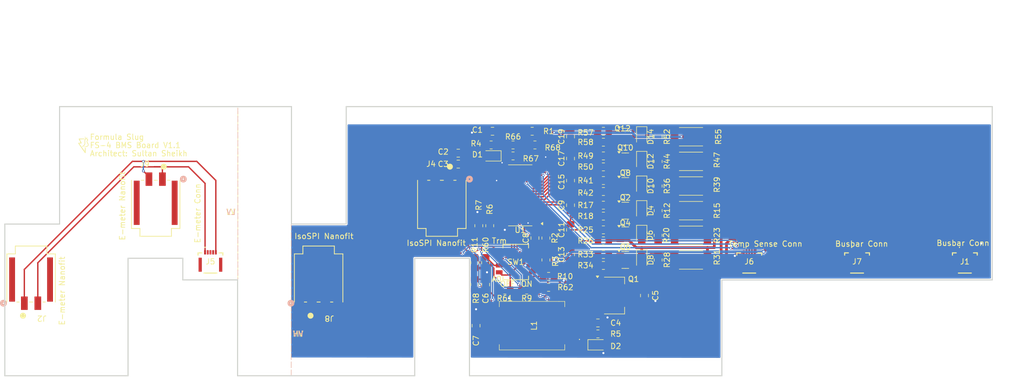
<source format=kicad_pcb>
(kicad_pcb (version 20241229) (generator "pcbnew") (generator_version "9.0")
  (title_block (title "BMS Board") (date "2026-02-07") (rev "1.1") (company "Formula Slug") (comment 4 "Sultan Sheikh"))
  (layers (0 "F.Cu" signal) (2 "B.Cu" signal) (13 "F.Paste" user) (15 "B.Paste" user) (5 "F.SilkS" user "F.Silkscreen") (7 "B.SilkS" user "B.Silkscreen") (1 "F.Mask" user) (3 "B.Mask" user) (25 "Edge.Cuts" user))
  (net 0 "")
  (net 1 "VREG")
  (net 2 "Net-(U1-VREF2)")
  (net 3 "Net-(U1-VREF1)")
  (net 4 "/C2")
  (net 5 "/C3")
  (net 6 "/C1")
  (net 7 "IsoSPI_N")
  (net 8 "Net-(D1-A)")
  (net 9 "Net-(D10-A)")
  (net 10 "/BB1/B#+1")
  (net 11 "/BB0/B#+1")
  (net 12 "/BB0/B#")
  (net 13 "/BB2/B#+1")
  (net 14 "/extIsoSPI_P")
  (net 15 "/extIsoSPI_N")
  (net 16 "Net-(L1-Pad1)")
  (net 17 "Net-(L1-Pad3)")
  (net 19 "IsoSPI_P")
  (net 20 "/DRV")
  (net 21 "Net-(Q6-G)")
  (net 22 "Net-(Q6-D)")
  (net 23 "Net-(Q8-G)")
  (net 24 "Net-(Q8-D)")
  (net 25 "Net-(Q10-G)")
  (net 26 "ICMP")
  (net 27 "IBIAS")
  (net 28 "/S3")
  (net 29 "/S2")
  (net 30 "6810_GPIO3")
  (net 32 "6810_GPIO2")
  (net 34 "6810_GPIO1")
  (net 36 "/C0")
  (net 37 "Net-(C5-Pad1)")
  (net 38 "Net-(C6-Pad2)")
  (net 39 "Net-(C7-Pad1)")
  (net 40 "Net-(D1-K)")
  (net 41 "Net-(D2-A)")
  (net 42 "/BB3/B#+1")
  (net 43 "Net-(Q10-D)")
  (net 44 "/BB4/B#+1")
  (net 45 "/BB5/B#+1")
  (net 46 "Net-(Q2-D)")
  (net 47 "Net-(Q2-G)")
  (net 48 "Net-(Q12-G)")
  (net 49 "Net-(Q12-D)")
  (net 50 "Net-(Q4-D)")
  (net 51 "Net-(Q4-G)")
  (net 52 "Net-(U1-V+)")
  (net 53 "A2")
  (net 54 "/S1")
  (net 55 "/C4")
  (net 56 "/C5")
  (net 57 "/C6")
  (net 58 "/S4")
  (net 59 "/S5")
  (net 60 "/S6")
  (net 61 "A1")
  (net 62 "A0")
  (net 63 "Net-(R62-Pad2)")
  (net 64 "Net-(D4-A)")
  (net 65 "Net-(D6-A)")
  (net 66 "DQ")
  (net 67 "V-")
  (net 68 "Net-(D8-A)")
  (net 69 "Net-(D12-A)")
  (net 70 "Net-(D14-A)")
  (net 71 "Net-(J2-Pin_2)")
  (net 75 "Net-(J7-Pin_2)")
  (footprint "Resistor_SMD:R_0805_2012Metric_Pad1.20x1.40mm_HandSolder" (layer "F.Cu") (at 199.644 105.156)
    (property "Reference" "R42")
    (property "Value" "100")
  )
  (footprint "Resistor_SMD:R_0805_2012Metric_Pad1.20x1.40mm_HandSolder" (layer "F.Cu") (at 209.804 108.712 -90)
    (property "Reference" "R12")
    (property "Value" "120")
  )
  (footprint "Resistor_SMD:R_0805_2012Metric_Pad1.20x1.40mm_HandSolder" (layer "F.Cu") (at 209.804 94.996 -90)
    (property "Reference" "R52")
    (property "Value" "120")
  )
  (footprint "Resistor_SMD:R_0805_2012Metric_Pad1.20x1.40mm_HandSolder" (layer "F.Cu") (at 198.628 131.572 180)
    (property "Reference" "R5")
    (property "Value" "160")
  )
  (footprint "Capacitor_SMD:C_0805_2012Metric_Pad1.18x1.45mm_HandSolder" (layer "F.Cu") (at 172.72 100.076)
    (property "Reference" "C3")
    (property "Value" "1uF")
  )
  (footprint "LED_SMD:LED_0805_2012Metric_Pad1.15x1.40mm_HandSolder" (layer "F.Cu") (at 206.756 113.284 -90)
    (property "Reference" "D6")
    (property "Value" "LH R974-LP-1")
  )
  (footprint "Capacitor_SMD:C_0805_2012Metric_Pad1.18x1.45mm_HandSolder" (layer "F.Cu") (at 193.548 94.9745 90)
    (property "Reference" "C19")
    (property "Value" "10nF")
  )
  (footprint "LED_SMD:LED_0805_2012Metric_Pad1.15x1.40mm_HandSolder" (layer "F.Cu") (at 206.756 99.568 -90)
    (property "Reference" "D12")
    (property "Value" "LH R974-LP-1")
  )
  (footprint "FS_4_Global_Footprint_Library:512810598" (layer "F.Cu") (at 246.7 118.364)
    (property "Reference" "J7")
    (property "Value" "512810598" (hide yes))
  )
  (footprint "FS_4_Global_Footprint_Library:Nano-Fit_1054301102" (layer "F.Cu") (at 116.586 107.545)
    (property "Reference" "J9")
    (property "Value" "1053131202")
  )
  (footprint "Package_SO:TSSOP-44_4.4x11mm_P0.5mm" (layer "F.Cu") (at 184.2185 105.866 180)
    (property "Reference" "U1")
    (property "Value" "LTC6810IG-2-TRPBF")
  )
  (footprint "LED_SMD:LED_0805_2012Metric_Pad1.15x1.40mm_HandSolder" (layer "F.Cu") (at 206.756 117.856 -90)
    (property "Reference" "D8")
    (property "Value" "LH R974-LP-1")
  )
  (footprint "Resistor_SMD:R_0805_2012Metric_Pad1.20x1.40mm_HandSolder" (layer "F.Cu") (at 199.644 112.268)
    (property "Reference" "R25")
    (property "Value" "3.3k")
  )
  (footprint "Resistor_SMD:R_0805_2012Metric_Pad1.20x1.40mm_HandSolder" (layer "F.Cu") (at 186.436 93.98)
    (property "Reference" "R1")
    (property "Value" "100")
  )
  (footprint "Capacitor_SMD:C_0805_2012Metric_Pad1.18x1.45mm_HandSolder" (layer "F.Cu") (at 193.548 103.124 90)
    (property "Reference" "C15")
    (property "Value" "10nF")
  )
  (footprint "Resistor_SMD:R_2512_6332Metric_Pad1.40x3.35mm_HandSolder" (layer "F.Cu") (at 215.9 117.856 180)
    (property "Reference" "R31")
    (property "Value" "33")
  )
  (footprint "Capacitor_SMD:C_0805_2012Metric_Pad1.18x1.45mm_HandSolder" (layer "F.Cu") (at 198.628 129.54)
    (property "Reference" "C4")
    (property "Value" "1uF")
  )
  (footprint "Resistor_SMD:R_2512_6332Metric_Pad1.40x3.35mm_HandSolder" (layer "F.Cu") (at 215.9 108.712 180)
    (property "Reference" "R15")
    (property "Value" "33")
  )
  (footprint "FS_4_Global_Footprint_Library:512810598" (layer "F.Cu") (at 126.746 118.364)
    (property "Reference" "J5")
    (property "Value" "512810598" (hide yes))
  )
  (footprint "Resistor_SMD:R_0805_2012Metric_Pad1.20x1.40mm_HandSolder" (layer "F.Cu") (at 209.804 117.856 -90)
    (property "Reference" "R28")
    (property "Value" "120")
  )
  (footprint "FS_4_Global_Footprint_Library:FORMULA SLUG TITLE" (layer "F.Cu") (at 106.33658 96.578544)
    (property "Reference" "G***" (hide yes))
    (property "Value" "" (hide yes))
  )
  (footprint "Capacitor_SMD:C_0805_2012Metric_Pad1.18x1.45mm_HandSolder" (layer "F.Cu") (at 179.07 93.98 180)
    (property "Reference" "C1")
    (property "Value" "10nF")
  )
  (footprint "Package_TO_SOT_SMD:SOT-223" (layer "F.Cu") (at 201.676 124.46)
    (property "Reference" "Q1")
    (property "Value" "NSV1C201MZ4")
  )
  (footprint "Resistor_SMD:R_0805_2012Metric_Pad1.20x1.40mm_HandSolder" (layer "F.Cu") (at 199.644 93.98)
    (property "Reference" "R57")
    (property "Value" "3.3k")
  )
  (footprint "Capacitor_SMD:C_0805_2012Metric_Pad1.18x1.45mm_HandSolder" (layer "F.Cu") (at 193.548 107.696 90)
    (property "Reference" "C9")
    (property "Value" "10nF")
  )
  (footprint "Resistor_SMD:R_0805_2012Metric_Pad1.20x1.40mm_HandSolder" (layer "F.Cu") (at 199.644 116.84)
    (property "Reference" "R33")
    (property "Value" "3.3k")
  )
  (footprint "Resistor_SMD:R_0805_2012Metric_Pad1.20x1.40mm_HandSolder" (layer "F.Cu") (at 189.484 120.904)
    (property "Reference" "R10")
    (property "Value" "22")
  )
  (footprint "Resistor_SMD:R_0805_2012Metric_Pad1.20x1.40mm_HandSolder" (layer "F.Cu") (at 199.644 109.728)
    (property "Reference" "R18")
    (property "Value" "100")
  )
  (footprint "Resistor_SMD:R_0805_2012Metric_Pad1.20x1.40mm_HandSolder" (layer "F.Cu") (at 209.804 104.14 -90)
    (property "Reference" "R36")
    (property "Value" "120")
  )
  (footprint "Capacitor_SMD:C_0805_2012Metric_Pad1.18x1.45mm_HandSolder" (layer "F.Cu") (at 186.944 113.792 90)
    (property "Reference" "C8")
    (property "Value" "100nF")
  )
  (footprint "FS_4_Global_Footprint_Library:HM2113ZNLT" (layer "F.Cu") (at 186.403 130.048 90)
    (property "Reference" "L1")
    (property "Value" "HM2113ZNLT" (hide yes))
  )
  (footprint "Package_TO_SOT_SMD:SOT-23" (layer "F.Cu") (at 203.708 104.14)
    (property "Reference" "Q8")
    (property "Value" "BSS308PE")
  )
  (footprint "FS_4_Global_Footprint_Library:Nano-Fit_1054301102" (layer "F.Cu") (at 93.472 121.195494 180)
    (property "Reference" "J2")
    (property "Value" "1053131202")
  )
  (footprint "Resistor_SMD:R_0805_2012Metric_Pad1.20x1.40mm_HandSolder" (layer "F.Cu") (at 186.944 96.52)
    (property "Reference" "R68")
    (property "Value" "5k")
  )
  (footprint "FS_4_Global_Footprint_Library:Nano-Fit_1054301102" (layer "F.Cu") (at 169.672 107.545)
    (property "Reference" "J4")
    (property "Value" "1053131202")
  )
  (footprint "FS_4_Global_Footprint_Library:SW_A6H-4101_OMR" (layer "F.Cu") (at 183.388 118.237)
    (property "Reference" "SW1")
    (property "Value" "SW_DIP_x04")
  )
  (footprint "Resistor_SMD:R_0805_2012Metric_Pad1.20x1.40mm_HandSolder" (layer "F.Cu") (at 199.644 103.124)
    (property "Reference" "R41")
    (property "Value" "3.3k")
  )
  (footprint "Resistor_SMD:R_0805_2012Metric_Pad1.20x1.40mm_HandSolder" (layer "F.Cu") (at 188.976 117.856 90)
    (property "Reference" "R3")
    (property "Value" "100")
  )
  (footprint "FS_4_Global_Footprint_Library:512810598" (layer "F.Cu") (at 266.7 118.364)
    (property "Reference" "J1")
    (property "Value" "512810598" (hide yes))
  )
  (footprint "Resistor_SMD:R_0805_2012Metric_Pad1.20x1.40mm_HandSolder" (layer "F.Cu") (at 178.562 111.506 90)
    (property "Reference" "R6")
    (property "Value" "1.5k")
  )
  (footprint "Resistor_SMD:R_0805_2012Metric_Pad1.20x1.40mm_HandSolder" (layer "F.Cu") (at 175.768 122.428 90)
    (property "Reference" "R8")
    (property "Value" "402")
  )
  (footprint "FS_4_Global_Footprint_Library:Nano-Fit_1054301102" (layer "F.Cu") (at 146.812 121.195 180)
    (property "Reference" "J8")
    (property "Value" "1053131202")
  )
  (footprint "Resistor_SMD:R_0805_2012Metric_Pad1.20x1.40mm_HandSolder" (layer "F.Cu") (at 189.484 122.936 180)
    (property "Reference" "R62")
    (property "Value" "200")
  )
  (footprint "Resistor_SMD:R_0805_2012Metric_Pad1.20x1.40mm_HandSolder" (layer "F.Cu") (at 185.42 123.444)
    (property "Reference" "R9")
    (property "Value" "22")
  )
  (footprint "Resistor_SMD:R_0805_2012Metric_Pad1.20x1.40mm_HandSolder" (layer "F.Cu") (at 177.8 118.364 -90)
    (property "Reference" "R60")
    (property "Value" "10k")
  )
  (footprint "LED_SMD:LED_0805_2012Metric_Pad1.15x1.40mm_HandSolder" (layer "F.Cu") (at 198.628 133.604)
    (property "Reference" "D2")
    (property "Value" "LH R974-LP-1")
  )
  (footprint "Capacitor_SMD:C_0805_2012Metric_Pad1.18x1.45mm_HandSolder" (layer "F.Cu") (at 176.022 130.048 90)
    (property "Reference" "C7")
    (property "Value" "10nF")
  )
  (footprint "Package_TO_SOT_SMD:SOT-23" (layer "F.Cu") (at 203.708 117.856)
    (property "Reference" "Q6")
    (property "Value" "BSS308PE")
  )
  (footprint "Resistor_SMD:R_0805_2012Metric_Pad1.20x1.40mm_HandSolder" (layer "F.Cu") (at 199.644 107.696)
    (property "Reference" "R17")
    (property "Value" "3.3k")
  )
  (footprint "Capacitor_SMD:C_0805_2012Metric_Pad1.18x1.45mm_HandSolder" (layer "F.Cu") (at 193.548 116.84 90)
    (property "Reference" "C13")
    (property "Value" "10nF")
  )
  (footprint "Capacitor_SMD:C_0805_2012Metric_Pad1.18x1.45mm_HandSolder" (layer "F.Cu") (at 172.72 98.044)
    (property "Reference" "C2")
    (property "Value" "1uF")
  )
  (footprint "Resistor_SMD:R_0805_2012Metric_Pad1.20x1.40mm_HandSolder" (layer "F.Cu") (at 182.88 98.552)
    (property "Reference" "R67")
    (property "Value" "5k")
  )
  (footprint "Capacitor_SMD:C_0805_2012Metric_Pad1.18x1.45mm_HandSolder" (layer "F.Cu") (at 193.548 99.0385 90)
    (property "Reference" "C17")
    (property "Value" "10nF")
  )
  (footprint "Capacitor_SMD:C_0805_2012Metric_Pad1.18x1.45mm_HandSolder" (layer "F.Cu") (at 193.548 112.268 90)
    (property "Reference" "C11")
    (property "Value" "10nF")
  )
  (footprint "Resistor_SMD:R_0805_2012Metric_Pad1.20x1.40mm_HandSolder" (layer "F.Cu") (at 209.804 113.284 -90)
    (property "Reference" "R20")
    (property "Value" "120")
  )
  (footprint "Capacitor_SMD:C_0805_2012Metric_Pad1.18x1.45mm_HandSolder" (layer "F.Cu") (at 177.8 122.428 90)
    (property "Reference" "C6")
    (property "Value" "15pF")
  )
  (footprint "Capacitor_SMD:C_0805_2012Metric_Pad1.18x1.45mm_HandSolder" (layer "F.Cu") (at 207.264 124.46 -90)
    (property "Reference" "C5")
    (property "Value" "100nF")
  )
  (footprint "LED_SMD:LED_0805_2012Metric_Pad1.15x1.40mm_HandSolder" (layer "F.Cu") (at 206.756 108.712 -90)
    (property "Reference" "D4")
    (property "Value" "LH R974-LP-1")
  )
  (footprint "Resistor_SMD:R_0805_2012Metric_Pad1.20x1.40mm_HandSolder" (layer "F.Cu") (at 199.644 100.584)
    (property "Reference" "R50")
    (property "Value" "100")
  )
  (footprint "FS_4_Global_Footprint_Library:512810598" (layer "F.Cu") (at 226.7 118.364)
    (property "Reference" "J6")
    (property "Value" "512810598" (hide yes))
  )
  (footprint "Package_TO_SOT_SMD:SOT-23" (layer "F.Cu") (at 203.708 99.568)
    (property "Reference" "Q10")
    (property "Value" "BSS308PE")
  )
  (footprint "Resistor_SMD:R_0805_2012Metric_Pad1.20x1.40mm_HandSolder" (layer "F.Cu") (at 199.644 98.552)
    (property "Reference" "R49")
    (property "Value" "3.3k")
  )
  (footprint "Resistor_SMD:R_0805_2012Metric_Pad1.20x1.40mm_HandSolder" (layer "F.Cu") (at 209.804 99.568 -90)
    (property "Reference" "R44")
    (property "Value" "120")
  )
  (footprint "Resistor_SMD:R_0805_2012Metric_Pad1.20x1.40mm_HandSolder" (layer "F.Cu") (at 199.644 96.012)
    (property "Reference" "R58")
    (property "Value" "100")
  )
  (footprint "Resistor_SMD:R_2512_6332Metric_Pad1.40x3.35mm_HandSolder" (layer "F.Cu") (at 215.9 113.284 180)
    (property "Reference" "R23")
    (property "Value" "33")
  )
  (footprint "Resistor_SMD:R_0805_2012Metric_Pad1.20x1.40mm_HandSolder" (layer "F.Cu") (at 176.53 111.506 -90)
    (property "Reference" "R7")
    (property "Value" "680")
  )
  (footprint "Resistor_SMD:R_0805_2012Metric_Pad1.20x1.40mm_HandSolder" (layer "F.Cu") (at 181.356 123.444 180)
    (property "Reference" "R61")
    (property "Value" "10k")
  )
  (footprint "Package_TO_SOT_SMD:SOT-23" (layer "F.Cu") (at 203.708 94.996)
    (property "Reference" "Q12")
    (property "Value" "BSS308PE")
  )
  (footprint "Package_TO_SOT_SMD:SOT-23" (layer "F.Cu") (at 203.708 108.712)
    (property "Reference" "Q2")
    (property "Value" "BSS308PE")
  )
  (footprint "Resistor_SMD:R_0805_2012Metric_Pad1.20x1.40mm_HandSolder" (layer "F.Cu") (at 182.88 96.52)
    (property "Reference" "R66")
    (property "Value" "5k")
  )
  (footprint "LED_SMD:LED_0805_2012Metric_Pad1.15x1.40mm_HandSolder" (layer "F.Cu") (at 206.756 94.996 -90)
    (property "Reference" "D14")
    (property "Value" "LH R974-LP-1")
  )
  (footprint "LED_SMD:LED_0805_2012Metric_Pad1.15x1.40mm_HandSolder" (layer "F.Cu") (at 206.756 104.14 -90)
    (property "Reference" "D10")
    (property "Value" "LH R974-LP-1")
  )
  (footprint "Resistor_SMD:R_0805_2012Metric_Pad1.20x1.40mm_HandSolder" (layer "F.Cu") (at 178.816 96.52)
    (property "Reference" "R4")
    (property "Value" "160")
  )
  (footprint "Resistor_SMD:R_2512_6332Metric_Pad1.40x3.35mm_HandSolder" (layer "F.Cu") (at 215.9 104.14 180)
    (property "Reference" "R39")
    (property "Value" "33")
  )
  (footprint "Package_TO_SOT_SMD:SOT-23" (layer "F.Cu") (at 203.708 113.284)
    (property "Reference" "Q4")
    (property "Value" "BSS308PE")
  )
  (footprint "Resistor_SMD:R_0805_2012Metric_Pad1.20x1.40mm_HandSolder" (layer "F.Cu") (at 175.768 118.364 -90)
    (property "Reference" "R11")
    (property "Value" "10k")
  )
  (footprint "Resistor_SMD:R_2512_6332Metric_Pad1.40x3.35mm_HandSolder" (layer "F.Cu") (at 215.9 99.568 180)
    (property "Reference" "R47")
    (property "Value" "33")
  )
  (footprint "Resistor_SMD:R_0805_2012Metric_Pad1.20x1.40mm_HandSolder" (layer "F.Cu") (at 199.644 114.3)
    (property "Reference" "R26")
    (property "Value" "100")
  )
  (footprint "LED_SMD:LED_0805_2012Metric_Pad1.15x1.40mm_HandSolder" (layer "F.Cu") (at 178.816 98.552 180)
    (property "Reference" "D1")
    (property "Value" "LH R974-LP-1")
  )
  (footprint "Resistor_SMD:R_2512_6332Metric_Pad1.40x3.35mm_HandSolder" (layer "F.Cu") (at 215.9 94.996 180)
    (property "Reference" "R55")
    (property "Value" "33")
  )
  (footprint "Resistor_SMD:R_0805_2012Metric_Pad1.20x1.40mm_HandSolder" (layer "F.Cu") (at 188.976 113.792 -90)
    (property "Reference" "R2")
    (property "Value" "10")
  )
  (footprint "Resistor_SMD:R_0805_2012Metric_Pad1.20x1.40mm_HandSolder" (layer "F.Cu") (at 199.644 118.872)
    (property "Reference" "R34")
    (property "Value" "100")
  )
  (gr_line (start 131.826 121.412) (end 131.826 89.662) (stroke (width 0.1) (type dash)) (layer "F.SilkS"))
  (gr_line (start 141.732 111.252) (end 141.732 139.192) (stroke (width 0.1) (type dash)) (layer "F.SilkS"))
  (gr_line (start 141.732 111.252) (end 141.732 139.192) (stroke (width 0.1) (type dash)) (layer "B.SilkS"))
  (gr_line (start 131.826 89.662) (end 131.826 121.412) (stroke (width 0.1) (type dash)) (layer "B.SilkS"))
  (gr_line (start 174.8 139.332986) (end 221.62 139.332986) (stroke (width 0.2)) (layer "Edge.Cuts"))
  (gr_line (start 174.8 117.545494) (end 164.64 117.545494) (stroke (width 0.2)) (layer "Edge.Cuts"))
  (gr_line (start 151.94 89.408) (end 271.78 89.408) (stroke (width 0.2)) (layer "Edge.Cuts"))
  (gr_line (start 111.46 117.545494) (end 121.62 117.545494) (stroke (width 0.2)) (layer "Edge.Cuts"))
  (gr_line (start 98.76 89.408) (end 141.78 89.408) (stroke (width 0.2)) (layer "Edge.Cuts"))
  (gr_line (start 121.62 117.545494) (end 121.62 121.552986) (stroke (width 0.2)) (layer "Edge.Cuts"))
  (gr_line (start 221.62 121.552986) (end 221.62 139.332986) (stroke (width 0.2)) (layer "Edge.Cuts"))
  (gr_line (start 131.78 121.552986) (end 131.78 139.332986) (stroke (width 0.2)) (layer "Edge.Cuts"))
  (gr_line (start 151.94 111.195494) (end 151.94 89.408) (stroke (width 0.2)) (layer "Edge.Cuts"))
  (gr_line (start 174.8 139.332986) (end 174.8 117.545494) (stroke (width 0.2)) (layer "Edge.Cuts"))
  (gr_line (start 121.62 121.552986) (end 131.78 121.552986) (stroke (width 0.2)) (layer "Edge.Cuts"))
  (gr_line (start 164.64 117.545494) (end 164.64 139.332986) (stroke (width 0.2)) (layer "Edge.Cuts"))
  (gr_line (start 111.46 139.332986) (end 111.46 117.545494) (stroke (width 0.2)) (layer "Edge.Cuts"))
  (gr_line (start 141.78 111.195494) (end 151.94 111.195494) (stroke (width 0.2)) (layer "Edge.Cuts"))
  (gr_line (start 131.78 139.332986) (end 164.64 139.332986) (stroke (width 0.2)) (layer "Edge.Cuts"))
  (gr_line (start 88.6 111.195494) (end 98.76 111.195494) (stroke (width 0.2)) (layer "Edge.Cuts"))
  (gr_line (start 88.6 139.332986) (end 111.46 139.332986) (stroke (width 0.2)) (layer "Edge.Cuts"))
  (gr_line (start 271.78 121.552986) (end 221.62 121.552986) (stroke (width 0.2)) (layer "Edge.Cuts"))
  (gr_line (start 88.6 139.332986) (end 88.6 111.195494) (stroke (width 0.2)) (layer "Edge.Cuts"))
  (gr_line (start 271.78 89.408) (end 271.78 121.552986) (stroke (width 0.2)) (layer "Edge.Cuts"))
  (gr_line (start 98.76 111.195494) (end 98.76 89.408) (stroke (width 0.2)) (layer "Edge.Cuts"))
  (gr_line (start 141.78 89.408) (end 141.78 111.195494) (stroke (width 0.2)) (layer "Edge.Cuts"))
  (gr_text "E-meter Conn" (at 124.968 114.808 90) (layer "F.SilkS") (effects (font (size 1.016 1.016) (thickness 0.1524)) (justify left bottom)))
  (gr_text "IsoSPI Nanofit\n" (at 142.24 114.046 0) (layer "F.SilkS") (effects (font (size 1.016 1.016) (thickness 0.1524)) (justify left bottom)))
  (gr_text "HV" (at 143.002 131.572 0) (layer "F.SilkS") (effects (font (size 1.016 1.016) (thickness 0.1524))))
  (gr_text "Busbar Conn" (at 261.366 115.316 0) (layer "F.SilkS") (effects (font (size 1.016 1.016) (thickness 0.1524)) (justify left bottom)))
  (gr_text "Busbar Conn" (at 242.57 115.464 0) (layer "F.SilkS") (effects (font (size 1.016 1.016) (thickness 0.1524)) (justify left bottom)))
  (gr_text "E-meter Nanofit" (at 110.998 114.3 90) (layer "F.SilkS") (effects (font (size 1.016 1.016) (thickness 0.1524)) (justify left bottom)))
  (gr_text "IsoSPI Nanofit\n" (at 163.068 115.316 0) (layer "F.SilkS") (effects (font (size 1.016 1.016) (thickness 0.1524)) (justify left bottom)))
  (gr_text "A0" (at 179.832 121.412 0) (layer "F.SilkS") (effects (font (size 1.016 1.016) (thickness 0.1524))))
  (gr_text "LV" (at 130.556 108.966 0) (layer "F.SilkS") (effects (font (size 1.016 1.016) (thickness 0.1524))))
  (gr_text "Temp Sense Conn" (at 222.758 115.464 0) (layer "F.SilkS") (effects (font (size 1.016 1.016) (thickness 0.1524)) (justify left bottom)))
  (gr_text "Trm" (at 180.34 114.3 0) (layer "F.SilkS") (effects (font (size 1.016 1.016) (thickness 0.1524))))
  (gr_text "E-meter Nanofit" (at 99.822 130.048 90) (layer "F.SilkS") (effects (font (size 1.016 1.016) (thickness 0.1524)) (justify left bottom)))
  (gr_text "LV" (at 130.556 108.966 0) (layer "B.SilkS") (effects (font (size 1.016 1.016) (thickness 0.1524)) (justify mirror)))
  (gr_text "HV" (at 143.002 131.572 0) (layer "B.SilkS") (effects (font (size 1.016 1.016) (thickness 0.1524)) (justify mirror)))
  (segment (start 186.436 118.872) (end 186.436 117.602) (width 0.508) (layer "F.Cu") (net 1))
  (segment (start 186.436 120.142) (end 186.436 118.872) (width 0.508) (layer "F.Cu") (net 1))
  (segment (start 222.483223 118.384777) (end 222.483223 114.760777) (width 0.508) (layer "F.Cu") (net 1))
  (segment (start 181.88 98.552) (end 181.88 99.707456) (width 0.508) (layer "F.Cu") (net 1))
  (segment (start 185.944 96.52) (end 184.829 95.405) (width 0.508) (layer "F.Cu") (net 1))
  (segment (start 185.166 118.872) (end 186.463 118.872) (width 0.508) (layer "F.Cu") (net 1))
  (segment (start 181.356 102.616) (end 183.134 102.616) (width 0.254) (layer "F.Cu") (net 1))
  (segment (start 183.134 105.156) (end 184.912 106.934) (width 0.508) (layer "F.Cu") (net 1))
  (segment (start 198.526 126.76) (end 214.078 126.76) (width 0.508) (layer "F.Cu") (net 1))
  (segment (start 183.134 100.961456) (end 183.134 102.616) (width 0.508) (layer "F.Cu") (net 1))
  (segment (start 197.628 131.572) (end 197.628 129.5775) (width 0.508) (layer "F.Cu") (net 1))
  (segment (start 214.078 126.76) (end 214.093 126.775) (width 0.508) (layer "F.Cu") (net 1))
  (segment (start 223.198 114.046) (end 226.568 114.046) (width 0.508) (layer "F.Cu") (net 1))
  (segment (start 227.79 115.268) (end 227.79 116.439) (width 0.508) (layer "F.Cu") (net 1))
  (segment (start 183.134 102.616) (end 183.134 105.156) (width 0.508) (layer "F.Cu") (net 1))
  (segment (start 183.094 105.116) (end 181.356 105.116) (width 0.254) (layer "F.Cu") (net 1))
  (segment (start 181.88 96.52) (end 181.88 98.282) (width 0.508) (layer "F.Cu") (net 1))
  (segment (start 186.463 118.872) (end 186.463 117.602) (width 0.508) (layer "F.Cu") (net 1))
  (segment (start 197.372 126.76) (end 192.278 121.666) (width 0.508) (layer "F.Cu") (net 1))
  (segment (start 226.568 114.046) (end 227.79 115.268) (width 0.508) (layer "F.Cu") (net 1))
  (segment (start 184.912 118.618) (end 185.166 118.872) (width 0.508) (layer "F.Cu") (net 1))
  (segment (start 181.88 99.707456) (end 183.134 100.961456) (width 0.508) (layer "F.Cu") (net 1))
  (segment (start 184.912 106.934) (end 184.912 118.618) (width 0.508) (layer "F.Cu") (net 1))
  (segment (start 183.134 105.156) (end 183.094 105.116) (width 0.254) (layer "F.Cu") (net 1))
  (segment (start 222.483223 114.760777) (end 223.198 114.046) (width 0.508) (layer "F.Cu") (net 1))
  (segment (start 184.829 95.405) (end 182.979 95.405) (width 0.508) (layer "F.Cu") (net 1))
  (segment (start 198.526 126.76) (end 197.372 126.76) (width 0.508) (layer "F.Cu") (net 1))
  (segment (start 182.979 95.405) (end 182.118 96.266) (width 0.508) (layer "F.Cu") (net 1))
  (segment (start 181.88 96.52) (end 179.832 96.52) (width 0.508) (layer "F.Cu") (net 1))
  (segment (start 214.093 126.775) (end 222.483223 118.384777) (width 0.508) (layer "F.Cu") (net 1))
  (segment (start 197.5905 127.6955) (end 198.526 126.76) (width 0.508) (layer "F.Cu") (net 1))
  (segment (start 197.5905 129.54) (end 197.5905 127.6955) (width 0.508) (layer "F.Cu") (net 1))
  (via (at 192.278 121.666) (size 0.762) (drill 0.381) (layers "F.Cu" "B.Cu") (net 1))
  (via (at 185.166 118.872) (size 0.762) (drill 0.381) (layers "F.Cu" "B.Cu") (net 1))
  (segment (start 185.166 118.872) (end 187.96 121.666) (width 0.508) (layer "B.Cu") (net 1))
  (segment (start 187.96 121.666) (end 192.278 121.666) (width 0.508) (layer "B.Cu") (net 1))
  (segment (start 179.8295 104.116) (end 173.7575 98.044) (width 0.254) (layer "F.Cu") (net 2))
  (segment (start 181.356 104.116) (end 179.8295 104.116) (width 0.254) (layer "F.Cu") (net 2))
  (segment (start 178.2975 104.616) (end 173.7575 100.076) (width 0.254) (layer "F.Cu") (net 3))
  (segment (start 181.356 104.616) (end 178.2975 104.616) (width 0.254) (layer "F.Cu") (net 3))
  (segment (start 193.548 102.0865) (end 193.548 100.584) (width 0.254) (layer "F.Cu") (net 4))
  (segment (start 187.081 105.616) (end 188.323593 105.616) (width 0.254) (layer "F.Cu") (net 4))
  (segment (start 191.525 102.414593) (end 191.525 100.829) (width 0.254) (layer "F.Cu") (net 4))
  (segment (start 188.323593 105.616) (end 191.525 102.414593) (width 0.254) (layer "F.Cu") (net 4))
  (segment (start 192.278 100.076) (end 193.548 100.076) (width 0.254) (layer "F.Cu") (net 4))
  (segment (start 191.525 100.829) (end 192.278 100.076) (width 0.254) (layer "F.Cu") (net 4))
  (segment (start 198.644 100.584) (end 193.548 100.584) (width 0.254) (layer "F.Cu") (net 4))
  (segment (start 187.081 106.616) (end 188.786 106.616) (width 0.254) (layer "F.Cu") (net 5))
  (segment (start 191.262 104.14) (end 193.294 104.14) (width 0.254) (layer "F.Cu") (net 5))
  (segment (start 198.644 105.156) (end 193.548 105.156) (width 0.254) (layer "F.Cu") (net 5))
  (segment (start 188.786 106.616) (end 191.262 104.14) (width 0.254) (layer "F.Cu") (net 5))
  (segment (start 193.548 106.6585) (end 193.548 105.156) (width 0.254) (layer "F.Cu") (net 5))
  (segment (start 193.548 105.156) (end 193.548 104.1615) (width 0.254) (layer "F.Cu") (net 5))
  (segment (start 190.625 97.157) (end 191.77 96.012) (width 0.254) (layer "F.Cu") (net 6))
  (segment (start 188.149796 104.616) (end 190.625 102.140796) (width 0.254) (layer "F.Cu") (net 6))
  (segment (start 193.548 96.012) (end 193.548 98.001) (width 0.254) (layer "F.Cu") (net 6))
  (segment (start 198.644 96.012) (end 193.548 96.012) (width 0.254) (layer "F.Cu") (net 6))
  (segment (start 190.625 102.140796) (end 190.625 97.157) (width 0.254) (layer "F.Cu") (net 6))
  (segment (start 187.081 104.616) (end 188.149796 104.616) (width 0.254) (layer "F.Cu") (net 6))
  (segment (start 191.77 96.012) (end 193.548 96.012) (width 0.254) (layer "F.Cu") (net 6))
  (segment (start 175.009 115.821) (end 174.575 115.387) (width 0.254) (layer "F.Cu") (net 7))
  (segment (start 174.575 115.387) (end 174.575 108.425) (width 0.254) (layer "F.Cu") (net 7))
  (segment (start 177.8 123.4655) (end 178.308 123.4655) (width 0.254) (layer "F.Cu") (net 7))
  (segment (start 175.884 107.116) (end 181.356 107.116) (width 0.254) (layer "F.Cu") (net 7))
  (segment (start 187.181 126.239) (end 181.0815 126.239) (width 0.254) (layer "F.Cu") (net 7))
  (segment (start 176.784 122.680156) (end 176.784 122.682) (width 0.254) (layer "F.Cu") (net 7))
  (segment (start 179.578 132.588) (end 181.0815 131.0845) (width 0.254) (layer "F.Cu") (net 7))
  (segment (start 176.784 122.682) (end 177.0165 122.682) (width 0.254) (layer "F.Cu") (net 7))
  (segment (start 174.575 108.425) (end 175.884 107.116) (width 0.254) (layer "F.Cu") (net 7))
  (segment (start 181.0815 131.0845) (end 181.0815 126.239) (width 0.254) (layer "F.Cu") (net 7))
  (segment (start 190.484 122.936) (end 187.181 126.239) (width 0.254) (layer "F.Cu") (net 7))
  (segment (start 177.0165 122.682) (end 177.8 123.4655) (width 0.254) (layer "F.Cu") (net 7))
  (segment (start 179.258 132.588) (end 179.578 132.588) (width 0.254) (layer "F.Cu") (net 7))
  (segment (start 176.68757 122.583726) (end 176.784 122.680156) (width 0.254) (layer "F.Cu") (net 7))
  (segment (start 178.308 123.4655) (end 181.0815 126.239) (width 0.254) (layer "F.Cu") (net 7))
  (via (at 175.009 115.821) (size 0.508) (drill 0.254) (layers "F.Cu" "B.Cu") (net 7))
  (via (at 176.68757 122.583726) (size 0.6) (drill 0.3) (layers "F.Cu" "B.Cu") (net 7))
  (segment (start 176.53 122.426156) (end 176.53 117.342) (width 0.254) (layer "B.Cu") (net 7))
  (segment (start 176.68757 122.583726) (end 176.53 122.426156) (width 0.254) (layer "B.Cu") (net 7))
  (segment (start 176.53 117.342) (end 175.009 115.821) (width 0.254) (layer "B.Cu") (net 7))
  (segment (start 177.816 96.52) (end 177.816 98.314) (width 0.254) (layer "F.Cu") (net 8))
  (segment (start 209.804 105.14) (end 206.781 105.14) (width 0.254) (layer "F.Cu") (net 9))
  (segment (start 202.7045 100.584) (end 202.7705 100.518) (width 0.508) (layer "F.Cu") (net 10))
  (segment (start 204.404 100.518) (end 205.74 101.854) (width 0.508) (layer "F.Cu") (net 10))
  (segment (start 266.2 115.785) (end 264.461 114.046) (width 0.254) (layer "F.Cu") (net 10))
  (segment (start 200.644 100.584) (end 202.7045 100.584) (width 0.508) (layer "F.Cu") (net 10))
  (segment (start 205.74 101.854) (end 217.932 101.854) (width 0.508) (layer "F.Cu") (net 10))
  (segment (start 217.932 101.854) (end 218.95 102.872) (width 0.508) (layer "F.Cu") (net 10))
  (segment (start 266.2 116.439) (end 266.2 115.785) (width 0.254) (layer "F.Cu") (net 10))
  (segment (start 263.906 114.046) (end 264.414 114.046) (width 0.508) (layer "F.Cu") (net 10))
  (segment (start 202.7705 100.518) (end 204.404 100.518) (width 0.508) (layer "F.Cu") (net 10))
  (segment (start 264.414 114.046) (end 265.684 115.316) (width 0.508) (layer "F.Cu") (net 10))
  (segment (start 254 104.14) (end 263.906 114.046) (width 0.508) (layer "F.Cu") (net 10))
  (segment (start 218.95 104.14) (end 254 104.14) (width 0.508) (layer "F.Cu") (net 10))
  (segment (start 264.461 114.046) (end 264.16 114.046) (width 0.254) (layer "F.Cu") (net 10))
  (segment (start 206.756 103.115) (end 206.756 101.854) (width 0.508) (layer "F.Cu") (net 10))
  (segment (start 266.7 115.316) (end 266.7 116.439) (width 0.254) (layer "F.Cu") (net 11))
  (segment (start 205.74 97.282) (end 204.404 95.946) (width 0.508) (layer "F.Cu") (net 11))
  (segment (start 204.404 95.946) (end 202.7705 95.946) (width 0.508) (layer "F.Cu") (net 11))
  (segment (start 217.678 97.282) (end 205.74 97.282) (width 0.508) (layer "F.Cu") (net 11))
  (segment (start 200.644 96.012) (end 202.7045 96.012) (width 0.508) (layer "F.Cu") (net 11))
  (segment (start 202.7045 96.012) (end 202.7705 95.946) (width 0.508) (layer "F.Cu") (net 11))
  (segment (start 218.95 98.554) (end 217.678 97.282) (width 0.508) (layer "F.Cu") (net 11))
  (segment (start 206.756 98.543) (end 206.756 97.282) (width 0.508) (layer "F.Cu") (net 11))
  (segment (start 251.841 99.568) (end 218.95 99.568) (width 0.508) (layer "F.Cu") (net 11))
  (segment (start 266.7 115.316) (end 266.7 114.427) (width 0.508) (layer "F.Cu") (net 11))
  (segment (start 266.7 114.427) (end 251.841 99.568) (width 0.508) (layer "F.Cu") (net 11))
  (segment (start 267.97 112.776) (end 250.19 94.996) (width 0.508) (layer "F.Cu") (net 12))
  (segment (start 267.97 115.062) (end 267.97 112.776) (width 0.508) (layer "F.Cu") (net 12))
  (segment (start 250.19 94.996) (end 218.95 94.996) (width 0.508) (layer "F.Cu") (net 12))
  (segment (start 190.5 94.234) (end 187.69 94.234) (width 0.508) (layer "F.Cu") (net 12))
  (segment (start 218.95 94.996) (end 214.122 94.996) (width 0.508) (layer "F.Cu") (net 12))
  (segment (start 267.462 115.57) (end 267.415 115.57) (width 0.254) (layer "F.Cu") (net 12))
  (segment (start 267.462 115.57) (end 267.97 115.062) (width 0.508) (layer "F.Cu") (net 12))
  (segment (start 267.2 115.785) (end 267.2 116.439) (width 0.254) (layer "F.Cu") (net 12))
  (segment (start 267.415 115.57) (end 267.2 115.785) (width 0.254) (layer "F.Cu") (net 12))
  (segment (start 206.756 93.971) (end 204.733 93.971) (width 0.508) (layer "F.Cu") (net 12))
  (segment (start 204.733 93.971) (end 204.724 93.98) (width 0.508) (layer "F.Cu") (net 12))
  (via (at 214.122 94.996) (size 0.508) (drill 0.254) (layers "F.Cu" "B.Cu") (net 12))
  (via (at 204.724 93.98) (size 0.508) (drill 0.254) (layers "F.Cu" "B.Cu") (net 12))
  (via (at 190.5 94.234) (size 0.508) (drill 0.254) (layers "F.Cu" "B.Cu") (net 12))
  (segment (start 214.122 94.996) (end 205.74 94.996) (width 0.508) (layer "B.Cu") (net 12))
  (segment (start 205.74 94.996) (end 204.851 94.107) (width 0.508) (layer "B.Cu") (net 12))
  (segment (start 204.724 94.234) (end 190.5 94.234) (width 0.508) (layer "B.Cu") (net 12))
  (segment (start 204.851 94.107) (end 204.724 94.234) (width 0.508) (layer "B.Cu") (net 12))
  (segment (start 204.851 94.107) (end 204.724 93.98) (width 0.508) (layer "B.Cu") (net 12))
  (segment (start 204.404 105.09) (end 205.74 106.426) (width 0.508) (layer "F.Cu") (net 13))
  (segment (start 202.7705 105.09) (end 204.404 105.09) (width 0.508) (layer "F.Cu") (net 13))
  (segment (start 265.43 116.332) (end 264.414 116.332) (width 0.508) (layer "F.Cu") (net 13))
  (segment (start 205.74 106.426) (end 206.756 106.426) (width 0.508) (layer "F.Cu") (net 13))
  (segment (start 206.756 106.426) (end 217.678 106.426) (width 0.508) (layer "F.Cu") (net 13))
  (segment (start 218.95 107.698) (end 217.678 106.426) (width 0.508) (layer "F.Cu") (net 13))
  (segment (start 202.7705 105.09) (end 200.71 105.09) (width 0.508) (layer "F.Cu") (net 13))
  (segment (start 206.756 107.687) (end 206.756 106.426) (width 0.508) (layer "F.Cu") (net 13))
  (segment (start 256.794 108.712) (end 218.95 108.712) (width 0.508) (layer "F.Cu") (net 13))
  (segment (start 265.43 116.332) (end 265.537 116.439) (width 0.254) (layer "F.Cu") (net 13))
  (segment (start 264.414 116.332) (end 256.794 108.712) (width 0.508) (layer "F.Cu") (net 13))
  (segment (start 265.537 116.439) (end 265.7 116.439) (width 0.254) (layer "F.Cu") (net 13))
  (segment (start 169.418 100.838) (end 170.922 102.342) (width 0.254) (layer "F.Cu") (net 14))
  (segment (start 176.53 115.824) (end 176.022 116.332) (width 0.2) (layer "F.Cu") (net 14))
  (segment (start 148.062 115.613724) (end 162.837724 100.838) (width 0.254) (layer "F.Cu") (net 14))
  (segment (start 184.42 122.952) (end 183.896 122.428) (width 0.2) (layer "F.Cu") (net 14))
  (segment (start 170.922 102.861601) (end 170.922 112.756) (width 0.254) (layer "F.Cu") (net 14))
  (segment (start 170.922 112.756) (end 174.498 116.332) (width 0.254) (layer "F.Cu") (net 14))
  (segment (start 174.498 116.332) (end 175.768 116.332) (width 0.254) (layer "F.Cu") (net 14))
  (segment (start 148.062 125.878399) (end 148.062 115.613724) (width 0.254) (layer "F.Cu") (net 14))
  (segment (start 162.837724 100.838) (end 169.418 100.838) (width 0.254) (layer "F.Cu") (net 14))
  (segment (start 176.022 116.332) (end 175.768 116.332) (width 0.2) (layer "F.Cu") (net 14))
  (via (at 183.896 122.428) (size 0.508) (drill 0.254) (layers "F.Cu" "B.Cu") (net 14))
  (via (at 176.53 115.824) (size 0.508) (drill 0.254) (layers "F.Cu" "B.Cu") (net 14))
  (segment (start 177.292 115.824) (end 176.53 115.824) (width 0.2) (layer "B.Cu") (net 14))
  (segment (start 183.896 122.428) (end 177.292 115.824) (width 0.2) (layer "B.Cu") (net 14))
  (segment (start 168.402 107.696) (end 168.402 107.442) (width 0.254) (layer "F.Cu") (net 15))
  (segment (start 184.15 119.371) (end 185.683 120.904) (width 0.254) (layer "F.Cu") (net 15))
  (segment (start 184.15 116.078) (end 184.15 119.371) (width 0.254) (layer "F.Cu") (net 15))
  (segment (start 168.402 107.696) (end 168.402 107.188) (width 0.2) (layer "F.Cu") (net 15))
  (segment (start 168.402 116.586) (end 173.482 116.586) (width 0.254) (layer "F.Cu") (net 15))
  (segment (start 145.562 126.512) (end 147.574 128.524) (width 0.254) (layer "F.Cu") (net 15))
  (segment (start 152.146 128.524) (end 164.084 116.586) (width 0.254) (layer "F.Cu") (net 15))
  (segment (start 168.422 107.422) (end 168.422 102.861601) (width 0.254) (layer "F.Cu") (net 15))
  (segment (start 168.402 116.586) (end 168.402 107.696) (width 0.254) (layer "F.Cu") (net 15))
  (segment (start 185.683 120.904) (end 188.484 120.904) (width 0.254) (layer "F.Cu") (net 15))
  (segment (start 168.402 107.442) (end 168.422 107.422) (width 0.254) (layer "F.Cu") (net 15))
  (segment (start 147.574 128.524) (end 152.146 128.524) (width 0.254) (layer "F.Cu") (net 15))
  (segment (start 168.402 116.586) (end 164.084 116.586) (width 0.254) (layer "F.Cu") (net 15))
  (via (at 184.15 116.078) (size 0.508) (drill 0.254) (layers "F.Cu" "B.Cu") (net 15))
  (via (at 173.482 116.586) (size 0.508) (drill 0.254) (layers "F.Cu" "B.Cu") (net 15))
  (segment (start 184.15 116.078) (end 183.384 115.312) (width 0.254) (layer "B.Cu") (net 15))
  (segment (start 183.384 115.312) (end 174.756 115.312) (width 0.254) (layer "B.Cu") (net 15))
  (segment (start 174.756 115.312) (end 173.482 116.586) (width 0.254) (layer "B.Cu") (net 15))
  (segment (start 195.834 126.254) (end 195.834 132.08) (width 0.254) (layer "F.Cu") (net 16))
  (segment (start 195.834 132.08) (end 195.326 132.588) (width 0.254) (layer "F.Cu") (net 16))
  (segment (start 190.484 120.904) (end 195.834 126.254) (width 0.254) (layer "F.Cu") (net 16))
  (segment (start 195.326 132.588) (end 193.548 132.588) (width 0.254) (layer "F.Cu") (net 16))
  (segment (start 186.42 123.444) (end 186.944 123.444) (width 0.254) (layer "F.Cu") (net 17))
  (segment (start 186.944 123.444) (end 187.96 124.46) (width 0.254) (layer "F.Cu") (net 17))
  (segment (start 191.77 127.508) (end 193.548 127.508) (width 0.254) (layer "F.Cu") (net 17))
  (segment (start 189.232738 124.970738) (end 191.77 127.508) (width 0.254) (layer "F.Cu") (net 17))
  (via (at 187.96 124.46) (size 0.6) (drill 0.3) (layers "F.Cu" "B.Cu") (net 17))
  (via (at 189.232738 124.970738) (size 0.6) (drill 0.3) (layers "F.Cu" "B.Cu") (net 17))
  (segment (start 189.232738 124.970738) (end 188.722 124.46) (width 0.254) (layer "B.Cu") (net 17))
  (segment (start 188.722 124.46) (end 187.96 124.46) (width 0.254) (layer "B.Cu") (net 17))
  (segment (start 176.102 107.616) (end 175.006 108.712) (width 0.254) (layer "F.Cu") (net 19))
  (segment (start 177.038 116.332) (end 177.038 115.316) (width 0.254) (layer "F.Cu") (net 19))
  (segment (start 178.316 125.976) (end 175.768 123.428) (width 0.254) (layer "F.Cu") (net 19))
  (segment (start 179.07 115.316) (end 180.086 116.332) (width 0.254) (layer "F.Cu") (net 19))
  (segment (start 181.356 107.616) (end 176.102 107.616) (width 0.254) (layer "F.Cu") (net 19))
  (segment (start 179.07 125.222) (end 178.316 125.976) (width 0.254) (layer "F.Cu") (net 19))
  (segment (start 179.258 126.918) (end 178.316 125.976) (width 0.254) (layer "F.Cu") (net 19))
  (segment (start 175.514 115.316) (end 177.038 115.316) (width 0.254) (layer "F.Cu") (net 19))
  (segment (start 175.006 108.712) (end 175.006 114.808) (width 0.254) (layer "F.Cu") (net 19))
  (segment (start 179.258 127.508) (end 179.258 126.918) (width 0.254) (layer "F.Cu") (net 19))
  (segment (start 177.038 115.316) (end 179.07 115.316) (width 0.254) (layer "F.Cu") (net 19))
  (segment (start 175.006 114.808) (end 175.514 115.316) (width 0.254) (layer "F.Cu") (net 19))
  (via (at 177.038 116.332) (size 0.508) (drill 0.254) (layers "F.Cu" "B.Cu") (net 19))
  (via (at 179.07 125.222) (size 0.508) (drill 0.254) (layers "F.Cu" "B.Cu") (net 19))
  (segment (start 177.038 116.332) (end 177.038 116.84) (width 0.254) (layer "B.Cu") (net 19))
  (segment (start 179.07 118.872) (end 179.07 125.222) (width 0.254) (layer "B.Cu") (net 19))
  (segment (start 177.038 116.84) (end 179.07 118.872) (width 0.254) (layer "B.Cu") (net 19))
  (segment (start 195.82 122.16) (end 190.246 116.586) (width 0.254) (layer "F.Cu") (net 20))
  (segment (start 182.578 105.616) (end 181.356 105.616) (width 0.254) (layer "F.Cu") (net 20))
  (segment (start 189.543774 113.792) (end 186.401226 113.792) (width 0.254) (layer "F.Cu") (net 20))
  (segment (start 197.51 122.16) (end 195.82 122.16) (width 0.254) (layer "F.Cu") (net 20))
  (segment (start 186.401226 113.792) (end 185.656613 113.047387) (width 0.254) (layer "F.Cu") (net 20))
  (segment (start 190.246 114.494226) (end 189.543774 113.792) (width 0.254) (layer "F.Cu") (net 20))
  (segment (start 184.15 111.506) (end 184.15 107.188) (width 0.254) (layer "F.Cu") (net 20))
  (segment (start 190.246 116.586) (end 190.246 114.494226) (width 0.254) (layer "F.Cu") (net 20))
  (segment (start 184.15 107.188) (end 182.578 105.616) (width 0.254) (layer "F.Cu") (net 20))
  (via (at 185.656613 113.047387) (size 0.508) (drill 0.254) (layers "F.Cu" "B.Cu") (net 20))
  (via (at 184.15 111.506) (size 0.508) (drill 0.254) (layers "F.Cu" "B.Cu") (net 20))
  (segment (start 185.656613 113.047387) (end 184.15 111.540774) (width 0.254) (layer "B.Cu") (net 20))
  (segment (start 202.7705 116.906) (end 200.71 116.906) (width 0.254) (layer "F.Cu") (net 21))
  (segment (start 208.453378 116.856) (end 207.453378 117.856) (width 0.508) (layer "F.Cu") (net 22))
  (segment (start 209.804 116.856) (end 208.453378 116.856) (width 0.508) (layer "F.Cu") (net 22))
  (segment (start 207.453378 117.856) (end 204.6455 117.856) (width 0.508) (layer "F.Cu") (net 22))
  (segment (start 209.804 116.856) (end 212.582 116.856) (width 0.508) (layer "F.Cu") (net 22))
  (segment (start 202.7705 103.19) (end 200.71 103.19) (width 0.254) (layer "F.Cu") (net 23))
  (segment (start 209.804 103.14) (end 208.453378 103.14) (width 0.508) (layer "F.Cu") (net 24))
  (segment (start 207.453378 104.14) (end 204.6455 104.14) (width 0.508) (layer "F.Cu") (net 24))
  (segment (start 208.453378 103.14) (end 207.453378 104.14) (width 0.508) (layer "F.Cu") (net 24))
  (segment (start 209.804 103.14) (end 212.582 103.14) (width 0.508) (layer "F.Cu") (net 24))
  (segment (start 202.7705 98.618) (end 200.71 98.618) (width 0.254) (layer "F.Cu") (net 25))
  (segment (start 179.55 111.518) (end 178.562 112.506) (width 0.254) (layer "F.Cu") (net 26))
  (segment (start 180.603062 109.616) (end 179.55 110.669062) (width 0.254) (layer "F.Cu") (net 26))
  (segment (start 176.53 112.506) (end 178.562 112.506) (width 0.254) (layer "F.Cu") (net 26))
  (segment (start 179.55 110.669062) (end 179.55 111.518) (width 0.254) (layer "F.Cu") (net 26))
  (segment (start 181.356 109.616) (end 180.603062 109.616) (width 0.254) (layer "F.Cu") (net 26))
  (segment (start 181.356 109.116) (end 179.952 109.116) (width 0.254) (layer "F.Cu") (net 27))
  (segment (start 179.952 109.116) (end 178.562 110.506) (width 0.254) (layer "F.Cu") (net 27))
  (segment (start 187.081 106.116) (end 188.524 106.116) (width 0.254) (layer "F.Cu") (net 28))
  (segment (start 188.524 106.116) (end 191.516 103.124) (width 0.254) (layer "F.Cu") (net 28))
  (segment (start 191.516 103.124) (end 198.628 103.124) (width 0.254) (layer "F.Cu") (net 28))
  (segment (start 191.77 99.06) (end 198.136 99.06) (width 0.254) (layer "F.Cu") (net 29))
  (segment (start 187.081 105.116) (end 188.236695 105.116) (width 0.254) (layer "F.Cu") (net 29))
  (segment (start 188.236695 105.116) (end 191.075 102.277695) (width 0.254) (layer "F.Cu") (net 29))
  (segment (start 191.075 102.277695) (end 191.075 99.755) (width 0.254) (layer "F.Cu") (net 29))
  (segment (start 198.136 99.06) (end 198.644 98.552) (width 0.254) (layer "F.Cu") (net 29))
  (segment (start 191.075 99.755) (end 191.77 99.06) (width 0.254) (layer "F.Cu") (net 29))
  (segment (start 187.081 101.616) (end 186.328062 101.616) (width 0.254) (layer "F.Cu") (net 30))
  (segment (start 185.05 99.43) (end 187.452 97.028) (width 0.254) (layer "F.Cu") (net 30))
  (segment (start 188.959 101.616) (end 189.084955 101.741955) (width 0.254) (layer "F.Cu") (net 30))
  (segment (start 185.05 100.337938) (end 185.05 99.43) (width 0.254) (layer "F.Cu") (net 30))
  (segment (start 186.328062 101.616) (end 185.05 100.337938) (width 0.254) (layer "F.Cu") (net 30))
  (segment (start 226.7 115.702) (end 226.208 115.21) (width 0.254) (layer "F.Cu") (net 30))
  (segment (start 226.208 115.21) (end 224.282 115.21) (width 0.254) (layer "F.Cu") (net 30))
  (segment (start 187.452 97.028) (end 187.706 97.028) (width 0.254) (layer "F.Cu") (net 30))
  (segment (start 187.081 101.616) (end 188.959 101.616) (width 0.254) (layer "F.Cu") (net 30))
  (segment (start 226.7 116.439) (end 226.7 115.702) (width 0.254) (layer "F.Cu") (net 30))
  (via (at 189.084955 101.741955) (size 0.508) (drill 0.254) (layers "F.Cu" "B.Cu") (net 30))
  (via (at 224.282 115.21) (size 0.508) (drill 0.254) (layers "F.Cu" "B.Cu") (net 30))
  (segment (start 221.073 114.207) (end 220.98 114.3) (width 0.254) (layer "B.Cu") (net 30))
  (segment (start 222.876 114.232) (end 222.851 114.207) (width 0.254) (layer "B.Cu") (net 30))
  (segment (start 224.282 115.21) (end 224.282 114.517748) (width 0.254) (layer "B.Cu") (net 30))
  (segment (start 189.484 102.141) (end 189.084955 101.741955) (width 0.254) (layer "B.Cu") (net 30))
  (segment (start 197.866 114.3) (end 189.484 105.918) (width 0.254) (layer "B.Cu") (net 30))
  (segment (start 224.282 114.517748) (end 223.996252 114.232) (width 0.254) (layer "B.Cu") (net 30))
  (segment (start 223.996252 114.232) (end 222.876 114.232) (width 0.254) (layer "B.Cu") (net 30))
  (segment (start 220.98 114.3) (end 197.866 114.3) (width 0.254) (layer "B.Cu") (net 30))
  (segment (start 222.859 114.207) (end 222.851 114.207) (width 0.254) (layer "B.Cu") (net 30))
  (segment (start 222.851 114.207) (end 221.073 114.207) (width 0.254) (layer "B.Cu") (net 30))
  (segment (start 189.484 105.918) (end 189.484 102.141) (width 0.254) (layer "B.Cu") (net 30))
  (segment (start 227.2 115.444504) (end 226.343496 114.588) (width 0.254) (layer "F.Cu") (net 32))
  (segment (start 188.427 102.116) (end 188.468 102.157) (width 0.254) (layer "F.Cu") (net 32))
  (segment (start 183.896 100.076) (end 183.896 99.06) (width 0.254) (layer "F.Cu") (net 32))
  (segment (start 185.936 102.116) (end 183.896 100.076) (width 0.254) (layer "F.Cu") (net 32))
  (segment (start 227.2 116.439) (end 227.2 115.444504) (width 0.254) (layer "F.Cu") (net 32))
  (segment (start 223.74 114.588) (end 226.343496 114.588) (width 0.254) (layer "F.Cu") (net 32))
  (segment (start 223.74 114.588) (end 223.554 114.774) (width 0.254) (layer "F.Cu") (net 32))
  (segment (start 187.081 102.116) (end 188.427 102.116) (width 0.254) (layer "F.Cu") (net 32))
  (segment (start 187.081 102.116) (end 185.936 102.116) (width 0.254) (layer "F.Cu") (net 32))
  (via (at 188.468 102.157) (size 0.508) (drill 0.254) (layers "F.Cu" "B.Cu") (net 32))
  (via (at 223.554 114.774) (size 0.508) (drill 0.254) (layers "F.Cu" "B.Cu") (net 32))
  (segment (start 188.468 105.742899) (end 188.468 102.157) (width 0.254) (layer "B.Cu") (net 32))
  (segment (start 197.626101 114.901) (end 188.468 105.742899) (width 0.254) (layer "B.Cu") (net 32))
  (segment (start 223.554 114.774) (end 223.427 114.901) (width 0.254) (layer "B.Cu") (net 32))
  (segment (start 223.427 114.901) (end 197.626101 114.901) (width 0.254) (layer "B.Cu") (net 32))
  (segment (start 182.88 97.282) (end 183.388 96.774) (width 0.254) (layer "F.Cu") (net 34))
  (segment (start 187.081 102.616) (end 185.42 102.616) (width 0.254) (layer "F.Cu") (net 34))
  (segment (start 226.163 115.751) (end 223.353 115.751) (width 0.254) (layer "F.Cu") (net 34))
  (segment (start 185.42 103.632) (end 185.42 102.616) (width 0.254) (layer "F.Cu") (net 34))
  (segment (start 183.481 100.247898) (end 183.481 100.169) (width 0.254) (layer "F.Cu") (net 34))
  (segment (start 226.2 115.788) (end 226.163 115.751) (width 0.254) (layer "F.Cu") (net 34))
  (segment (start 185.42 102.616) (end 185.42 102.186898) (width 0.254) (layer "F.Cu") (net 34))
  (segment (start 183.481 100.169) (end 182.88 99.568) (width 0.254) (layer "F.Cu") (net 34))
  (segment (start 185.42 102.186898) (end 183.481 100.247898) (width 0.254) (layer "F.Cu") (net 34))
  (segment (start 223.353 115.751) (end 223.266 115.664) (width 0.254) (layer "F.Cu") (net 34))
  (segment (start 226.2 116.439) (end 226.2 115.788) (width 0.254) (layer "F.Cu") (net 34))
  (segment (start 182.88 99.568) (end 182.88 97.282) (width 0.254) (layer "F.Cu") (net 34))
  (via (at 185.42 103.632) (size 0.508) (drill 0.254) (layers "F.Cu" "B.Cu") (net 34))
  (via (at 223.266 115.664) (size 0.508) (drill 0.254) (layers "F.Cu" "B.Cu") (net 34))
  (segment (start 197.358 115.57) (end 185.42 103.632) (width 0.254) (layer "B.Cu") (net 34))
  (segment (start 223.266 115.57) (end 197.358 115.57) (width 0.254) (layer "B.Cu") (net 34))
  (segment (start 185.436 93.98) (end 180.1075 93.98) (width 0.254) (layer "F.Cu") (net 36))
  (segment (start 193.548 93.937) (end 192.70377 93.937) (width 0.254) (layer "F.Cu") (net 36))
  (segment (start 189.992 96.012) (end 192.406001 93.597999) (width 0.254) (layer "F.Cu") (net 36))
  (segment (start 186.706 95.25) (end 185.436 93.98) (width 0.254) (layer "F.Cu") (net 36))
  (segment (start 192.70377 93.937) (end 190.437385 96.203385) (width 0.254) (layer "F.Cu") (net 36))
  (segment (start 187.976 103.616) (end 189.738 101.854) (width 0.254) (layer "F.Cu") (net 36))
  (segment (start 189.23 95.25) (end 186.706 95.25) (width 0.254) (layer "F.Cu") (net 36))
  (segment (start 190.437385 96.203385) (end 190.246 96.012) (width 0.254) (layer "F.Cu") (net 36))
  (segment (start 187.081 103.616) (end 187.976 103.616) (width 0.254) (layer "F.Cu") (net 36))
  (segment (start 192.406001 93.597999) (end 193.548 93.598) (width 0.254) (layer "F.Cu") (net 36))
  (segment (start 190.246 96.012) (end 189.992 96.012) (width 0.254) (layer "F.Cu") (net 36))
  (segment (start 189.738 96.266) (end 189.992 96.012) (width 0.254) (layer "F.Cu") (net 36))
  (segment (start 189.738 101.854) (end 189.738 96.266) (width 0.254) (layer "F.Cu") (net 36))
  (segment (start 189.992 96.012) (end 189.23 95.25) (width 0.254) (layer "F.Cu") (net 36))
  (segment (start 188.976 118.856) (end 190.906186 118.856) (width 0.508) (layer "F.Cu") (net 37))
  (segment (start 196.510186 124.46) (end 204.826 124.46) (width 0.508) (layer "F.Cu") (net 37))
  (segment (start 204.2375 123.4225) (end 207.264 123.4225) (width 0.508) (layer "F.Cu") (net 37))
  (segment (start 190.906186 118.856) (end 196.510186 124.46) (width 0.508) (layer "F.Cu") (net 37))
  (segment (start 175.768 121.428) (end 177.7625 121.428) (width 0.254) (layer "F.Cu") (net 38))
  (segment (start 177.7785 131.0855) (end 178.816 130.048) (width 0.254) (layer "F.Cu") (net 39))
  (segment (start 178.816 130.048) (end 179.258 130.048) (width 0.254) (layer "F.Cu") (net 39))
  (segment (start 176.022 131.0855) (end 177.7785 131.0855) (width 0.254) (layer "F.Cu") (net 39))
  (segment (start 180.356 101.616) (end 179.578 100.838) (width 0.254) (layer "F.Cu") (net 40))
  (segment (start 181.356 101.616) (end 180.356 101.616) (width 0.254) (layer "F.Cu") (net 40))
  (segment (start 179.578 100.838) (end 179.578 98.806) (width 0.254) (layer "F.Cu") (net 40))
  (segment (start 199.628 131.572) (end 199.628 133.334) (width 0.254) (layer "F.Cu") (net 41))
  (segment (start 218.95 111) (end 218.948 110.998) (width 0.508) (layer "F.Cu") (net 42))
  (segment (start 218.948 110.998) (end 217.678 110.998) (width 0.508) (layer "F.Cu") (net 42))
  (segment (start 202.7705 109.662) (end 200.71 109.662) (width 0.508) (layer "F.Cu") (net 42))
  (segment (start 218.95 113.284) (end 218.95 111) (width 0.508) (layer "F.Cu") (net 42))
  (segment (start 217.678 110.998) (end 206.756 110.998) (width 0.508) (layer "F.Cu") (net 42))
  (segment (start 248.158 114.3) (end 248.158 115.824) (width 0.508) (layer "F.Cu") (net 42))
  (segment (start 204.404 109.662) (end 202.7705 109.662) (width 0.508) (layer "F.Cu") (net 42))
  (segment (start 206.756 110.998) (end 205.74 110.998) (width 0.508) (layer "F.Cu") (net 42))
  (segment (start 244.856 110.998) (end 248.158 114.3) (width 0.508) (layer "F.Cu") (net 42))
  (segment (start 248.158 115.824) (end 247.757 116.225) (width 0.508) (layer "F.Cu") (net 42))
  (segment (start 205.74 110.998) (end 204.404 109.662) (width 0.508) (layer "F.Cu") (net 42))
  (segment (start 217.678 110.998) (end 244.856 110.998) (width 0.508) (layer "F.Cu") (net 42))
  (segment (start 206.756 112.259) (end 206.756 110.998) (width 0.508) (layer "F.Cu") (net 42))
  (segment (start 208.453378 98.568) (end 207.453378 99.568) (width 0.508) (layer "F.Cu") (net 43))
  (segment (start 207.453378 99.568) (end 204.6455 99.568) (width 0.508) (layer "F.Cu") (net 43))
  (segment (start 209.804 98.568) (end 208.453378 98.568) (width 0.508) (layer "F.Cu") (net 43))
  (segment (start 209.804 98.568) (end 212.582 98.568) (width 0.508) (layer "F.Cu") (net 43))
  (segment (start 221.488 112.014) (end 220.218 113.284) (width 0.508) (layer "F.Cu") (net 44))
  (segment (start 220.218 113.284) (end 220.218 115.57) (width 0.508) (layer "F.Cu") (net 44))
  (segment (start 247.2 114.681892) (end 244.532108 112.014) (width 0.508) (layer "F.Cu") (net 44))
  (segment (start 218.95 115.572) (end 218.948 115.57) (width 0.508) (layer "F.Cu") (net 44))
  (segment (start 205.74 115.57) (end 204.404 114.234) (width 0.508) (layer "F.Cu") (net 44))
  (segment (start 247.2 114.808) (end 247.2 114.681892) (width 0.508) (layer "F.Cu") (net 44))
  (segment (start 206.756 116.831) (end 206.756 115.57) (width 0.508) (layer "F.Cu") (net 44))
  (segment (start 218.948 115.57) (end 206.756 115.57) (width 0.508) (layer "F.Cu") (net 44))
  (segment (start 202.7705 114.234) (end 200.71 114.234) (width 0.508) (layer "F.Cu") (net 44))
  (segment (start 218.95 117.856) (end 218.95 115.572) (width 0.508) (layer "F.Cu") (net 44))
  (segment (start 204.404 114.234) (end 202.7705 114.234) (width 0.508) (layer "F.Cu") (net 44))
  (segment (start 218.952 115.57) (end 218.95 115.572) (width 0.508) (layer "F.Cu") (net 44))
  (segment (start 244.532108 112.014) (end 221.488 112.014) (width 0.508) (layer "F.Cu") (net 44))
  (segment (start 206.756 115.57) (end 205.74 115.57) (width 0.508) (layer "F.Cu") (net 44))
  (segment (start 220.218 115.57) (end 218.952 115.57) (width 0.508) (layer "F.Cu") (net 44))
  (segment (start 247.2 114.808) (end 247.2 116.439) (width 0.254) (layer "F.Cu") (net 44))
  (segment (start 246.634 115.316) (end 246.7 115.382) (width 0.254) (layer "F.Cu") (net 45))
  (segment (start 246.634 115.316) (end 246.621 115.316) (width 0.508) (layer "F.Cu") (net 45))
  (segment (start 221.995999 113.03) (end 221.488 113.537999) (width 0.508) (layer "F.Cu") (net 45))
  (segment (start 246.126 114.808) (end 245.618 114.808) (width 0.508) (layer "F.Cu") (net 45))
  (segment (start 246.24844 114.93044) (end 246.126 114.808) (width 0.508) (layer "F.Cu") (net 45))
  (segment (start 246.24844 114.934) (end 246.24844 114.93044) (width 0.508) (layer "F.Cu") (net 45))
  (segment (start 205.74 120.142) (end 204.404 118.806) (width 0.508) (layer "F.Cu") (net 45))
  (segment (start 219.486378 120.142) (end 205.74 120.142) (width 0.508) (layer "F.Cu") (net 45))
  (segment (start 243.84 113.03) (end 221.995999 113.03) (width 0.508) (layer "F.Cu") (net 45))
  (segment (start 246.621 115.30656) (end 246.24844 114.934) (width 0.508) (layer "F.Cu") (net 45))
  (segment (start 246.7 115.382) (end 246.7 116.439) (width 0.254) (layer "F.Cu") (net 45))
  (segment (start 202.7705 118.806) (end 200.71 118.806) (width 0.508) (layer "F.Cu") (net 45))
  (segment (start 221.488 113.537999) (end 221.488 118.140378) (width 0.508) (layer "F.Cu") (net 45))
  (segment (start 204.404 118.806) (end 202.7705 118.806) (width 0.508) (layer "F.Cu") (net 45))
  (segment (start 246.621 115.316) (end 246.621 115.30656) (width 0.508) (layer "F.Cu") (net 45))
  (segment (start 221.488 118.140378) (end 219.486378 120.142) (width 0.508) (layer "F.Cu") (net 45))
  (segment (start 245.618 114.808) (end 243.84 113.03) (width 0.508) (layer "F.Cu") (net 45))
  (segment (start 204.6455 108.712) (end 207.772 108.712) (width 0.508) (layer "F.Cu") (net 46))
  (segment (start 208.788 107.696) (end 212.852 107.696) (width 0.508) (layer "F.Cu") (net 46))
  (segment (start 207.772 108.712) (end 208.788 107.696) (width 0.508) (layer "F.Cu") (net 46))
  (segment (start 202.7705 107.762) (end 200.71 107.762) (width 0.254) (layer "F.Cu") (net 47))
  (segment (start 202.7705 94.046) (end 200.71 94.046) (width 0.254) (layer "F.Cu") (net 48))
  (segment (start 207.453378 94.996) (end 204.6455 94.996) (width 0.508) (layer "F.Cu") (net 49))
  (segment (start 209.804 93.996) (end 208.453378 93.996) (width 0.508) (layer "F.Cu") (net 49))
  (segment (start 209.804 93.996) (end 211.312 93.996) (width 0.508) (layer "F.Cu") (net 49))
  (segment (start 208.453378 93.996) (end 207.453378 94.996) (width 0.508) (layer "F.Cu") (net 49))
  (segment (start 211.312 93.996) (end 211.328 93.98) (width 0.508) (layer "F.Cu") (net 49))
  (segment (start 211.328 93.98) (end 212.344 93.98) (width 0.508) (layer "F.Cu") (net 49))
  (segment (start 207.788 113.284) (end 208.804 112.268) (width 0.508) (layer "F.Cu") (net 50))
  (segment (start 204.6455 113.284) (end 207.788 113.284) (width 0.508) (layer "F.Cu") (net 50))
  (segment (start 208.804 112.268) (end 212.852 112.268) (width 0.508) (layer "F.Cu") (net 50))
  (segment (start 202.7705 112.334) (end 200.71 112.334) (width 0.254) (layer "F.Cu") (net 51))
  (segment (start 187.081 110.116) (end 187.833938 110.116) (width 0.254) (layer "F.Cu") (net 52))
  (segment (start 187.833938 110.116) (end 188.976 111.258062) (width 0.254) (layer "F.Cu") (net 52))
  (segment (start 188.976 112.792) (end 186.96 112.792) (width 0.254) (layer "F.Cu") (net 52))
  (segment (start 188.976 111.258062) (end 188.976 112.792) (width 0.254) (layer "F.Cu") (net 52))
  (segment (start 182.284 108.116) (end 181.356 108.116) (width 0.254) (layer "F.Cu") (net 53))
  (segment (start 182.626 116.332) (end 182.626 108.458) (width 0.254) (layer "F.Cu") (net 53))
  (segment (start 178.321106 118.364) (end 176.768 118.364) (width 0.254) (layer "F.Cu") (net 53))
  (segment (start 179.832 121.412) (end 179.324 120.904) (width 0.254) (layer "F.Cu") (net 53))
  (segment (start 179.324 119.366894) (end 178.321106 118.364) (width 0.254) (layer "F.Cu") (net 53))
  (segment (start 180.286 117.602) (end 181.356 117.602) (width 0.254) (layer "F.Cu") (net 53))
  (segment (start 179.324 120.904) (end 179.324 119.366894) (width 0.254) (layer "F.Cu") (net 53))
  (segment (start 182.626 108.458) (end 182.284 108.116) (width 0.254) (layer "F.Cu") (net 53))
  (segment (start 176.768 118.364) (end 175.768 117.364) (width 0.254) (layer "F.Cu") (net 53))
  (segment (start 181.356 117.602) (end 182.626 116.332) (width 0.254) (layer "F.Cu") (net 53))
  (via (at 179.832 121.412) (size 0.508) (drill 0.254) (layers "F.Cu" "B.Cu") (net 53))
  (via (at 181.356 117.602) (size 0.508) (drill 0.254) (layers "F.Cu" "B.Cu") (net 53))
  (segment (start 184.404 120.65) (end 184.404 122.682) (width 0.254) (layer "B.Cu") (net 53))
  (segment (start 184.404 122.682) (end 184.15 122.936) (width 0.254) (layer "B.Cu") (net 53))
  (segment (start 184.15 122.936) (end 181.356 122.936) (width 0.254) (layer "B.Cu") (net 53))
  (segment (start 181.356 117.602) (end 184.404 120.65) (width 0.254) (layer "B.Cu") (net 53))
  (segment (start 181.356 122.936) (end 179.832 121.412) (width 0.254) (layer "B.Cu") (net 53))
  (segment (start 197.8445 94.7795) (end 198.644 93.98) (width 0.254) (layer "F.Cu") (net 54))
  (segment (start 192.4015 94.7795) (end 197.8445 94.7795) (width 0.254) (layer "F.Cu") (net 54))
  (segment (start 190.153 97.028) (end 190.153 102.025898) (width 0.254) (layer "F.Cu") (net 54))
  (segment (start 188.062898 104.116) (end 187.081 104.116) (width 0.254) (layer "F.Cu") (net 54))
  (segment (start 190.153 102.025898) (end 188.062898 104.116) (width 0.254) (layer "F.Cu") (net 54))
  (segment (start 190.153 97.028) (end 192.4015 94.7795) (width 0.254) (layer "F.Cu") (net 54))
  (segment (start 193.548 109.982) (end 193.548 108.7335) (width 0.254) (layer "F.Cu") (net 55))
  (segment (start 191.928898 107.616) (end 193.024898 108.712) (width 0.254) (layer "F.Cu") (net 55))
  (segment (start 198.374 109.982) (end 193.548 109.982) (width 0.254) (layer "F.Cu") (net 55))
  (segment (start 193.548 111.2305) (end 193.548 109.982) (width 0.254) (layer "F.Cu") (net 55))
  (segment (start 187.081 107.616) (end 191.928898 107.616) (width 0.254) (layer "F.Cu") (net 55))
  (segment (start 193.548 115.8025) (end 193.548 114.3) (width 0.254) (layer "F.Cu") (net 56))
  (segment (start 198.644 114.3) (end 193.548 114.3) (width 0.254) (layer "F.Cu") (net 56))
  (segment (start 193.548 114.3) (end 193.548 113.3055) (width 0.254) (layer "F.Cu") (net 56))
  (segment (start 188.641 108.616) (end 193.3305 113.3055) (width 0.254) (layer "F.Cu") (net 56))
  (segment (start 187.081 108.616) (end 188.641 108.616) (width 0.254) (layer "F.Cu") (net 56))
  (segment (start 190.754 112.268) (end 188.102 109.616) (width 0.254) (layer "F.Cu") (net 57))
  (segment (start 192.8075 117.8775) (end 190.754 115.824) (width 0.254) (layer "F.Cu") (net 57))
  (segment (start 194.5425 118.872) (end 193.548 117.8775) (width 0.254) (layer "F.Cu") (net 57))
  (segment (start 198.644 118.872) (end 194.5425 118.872) (width 0.254) (layer "F.Cu") (net 57))
  (segment (start 193.548 117.8775) (end 192.8075 117.8775) (width 0.254) (layer "F.Cu") (net 57))
  (segment (start 190.754 115.824) (end 190.754 112.268) (width 0.254) (layer "F.Cu") (net 57))
  (segment (start 188.102 109.616) (end 187.081 109.616) (width 0.254) (layer "F.Cu") (net 57))
  (segment (start 192.786 107.696) (end 198.644 107.696) (width 0.254) (layer "F.Cu") (net 58))
  (segment (start 192.206 107.116) (end 192.786 107.696) (width 0.254) (layer "F.Cu") (net 58))
  (segment (start 187.081 107.116) (end 192.206 107.116) (width 0.254) (layer "F.Cu") (net 58))
  (segment (start 188.853226 108.116) (end 187.081 108.116) (width 0.254) (layer "F.Cu") (net 59))
  (segment (start 198.644 112.268) (end 193.005226 112.268) (width 0.254) (layer "F.Cu") (net 59))
  (segment (start 193.005226 112.268) (end 188.853226 108.116) (width 0.254) (layer "F.Cu") (net 59))
  (segment (start 191.262 112.014) (end 191.262 115.420774) (width 0.254) (layer "F.Cu") (net 60))
  (segment (start 188.364 109.116) (end 191.262 112.014) (width 0.254) (layer "F.Cu") (net 60))
  (segment (start 187.081 109.116) (end 188.364 109.116) (width 0.254) (layer "F.Cu") (net 60))
  (segment (start 192.681226 116.84) (end 198.644 116.84) (width 0.254) (layer "F.Cu") (net 60))
  (segment (start 191.262 115.420774) (end 192.681226 116.84) (width 0.254) (layer "F.Cu") (net 60))
  (segment (start 183.134 107.641062) (end 182.108938 106.616) (width 0.254) (layer "F.Cu") (net 61))
  (segment (start 182.108938 106.616) (end 181.356 106.616) (width 0.254) (layer "F.Cu") (net 61))
  (segment (start 179.407 118.872) (end 178.308 117.773) (width 0.254) (layer "F.Cu") (net 61))
  (segment (start 180.286 118.872) (end 179.407 118.872) (width 0.254) (layer "F.Cu") (net 61))
  (segment (start 183.134 118.11) (end 183.134 107.641062) (width 0.254) (layer "F.Cu") (net 61))
  (segment (start 180.286 118.872) (end 182.372 118.872) (width 0.254) (layer "F.Cu") (net 61))
  (segment (start 182.372 118.872) (end 183.134 118.11) (width 0.254) (layer "F.Cu") (net 61))
  (segment (start 180.794 120.65) (end 182.118 120.65) (width 0.254) (layer "F.Cu") (net 62))
  (segment (start 183.642 107.442) (end 183.642 119.126) (width 0.254) (layer "F.Cu") (net 62))
  (segment (start 183.642 119.126) (end 182.372 120.396) (width 0.254) (layer "F.Cu") (net 62))
  (segment (start 182.316 106.116) (end 183.642 107.442) (width 0.254) (layer "F.Cu") (net 62))
  (segment (start 182.356 120.412) (end 182.372 120.396) (width 0.254) (layer "F.Cu") (net 62))
  (segment (start 182.372 120.396) (end 182.118 120.65) (width 0.254) (layer "F.Cu") (net 62))
  (segment (start 180.794 120.65) (end 180.286 120.142) (width 0.254) (layer "F.Cu") (net 62))
  (segment (start 182.356 123.444) (end 182.356 120.412) (width 0.254) (layer "F.Cu") (net 62))
  (segment (start 181.356 106.116) (end 182.316 106.116) (width 0.254) (layer "F.Cu") (net 62))
  (segment (start 187.629 117.28) (end 187.629 119.126) (width 0.254) (layer "F.Cu") (net 63))
  (segment (start 188.214 119.711) (end 187.629 119.126) (width 0.254) (layer "F.Cu") (net 63))
  (segment (start 189.339 119.997) (end 189.053 119.711) (width 0.254) (layer "F.Cu") (net 63))
  (segment (start 186.681 116.332) (end 187.629 117.28) (width 0.254) (layer "F.Cu") (net 63))
  (segment (start 188.51623 122.936) (end 189.339 122.11323) (width 0.254) (layer "F.Cu") (net 63))
  (segment (start 189.339 122.11323) (end 189.339 119.997) (width 0.254) (layer "F.Cu") (net 63))
  (segment (start 189.053 119.711) (end 188.214 119.711) (width 0.254) (layer "F.Cu") (net 63))
  (segment (start 206.765 109.728) (end 209.804 109.728) (width 0.254) (layer "F.Cu") (net 64))
  (segment (start 209.804 114.3) (end 206.765 114.3) (width 0.254) (layer "F.Cu") (net 65))
  (segment (start 112.268 99.568) (end 92.222 119.614) (width 0.254) (layer "F.Cu") (net 66))
  (segment (start 124.205534 99.568) (end 127.746 103.108466) (width 0.254) (layer "F.Cu") (net 66))
  (segment (start 115.336 102.382) (end 114.3 101.346) (width 0.254) (layer "F.Cu") (net 66))
  (segment (start 114.3 99.568) (end 112.268 99.568) (width 0.254) (layer "F.Cu") (net 66))
  (segment (start 127.746 103.108466) (end 127.746 116.439) (width 0.254) (layer "F.Cu") (net 66))
  (segment (start 114.3 99.568) (end 124.205534 99.568) (width 0.254) (layer "F.Cu") (net 66))
  (segment (start 92.222 119.614) (end 92.222 125.878893) (width 0.254) (layer "F.Cu") (net 66))
  (via (at 114.3 99.568) (size 0.508) (drill 0.254) (layers "F.Cu" "B.Cu") (net 66))
  (via (at 114.3 101.346) (size 0.508) (drill 0.254) (layers "F.Cu" "B.Cu") (net 66))
  (segment (start 114.3 101.346) (end 114.3 99.568) (width 0.254) (layer "B.Cu") (net 66))
  (segment (start 171.6825 100.076) (end 171.6825 98.044) (width 0.508) (layer "F.Cu") (net 67))
  (segment (start 209.2745 125.4975) (end 209.296 125.476) (width 0.508) (layer "F.Cu") (net 67))
  (segment (start 225.552 116.439) (end 224.683 116.439) (width 0.508) (layer "F.Cu") (net 67))
  (segment (start 187.081 100.616) (end 188.9335 98.7635) (width 0.254) (layer "F.Cu") (net 67))
  (segment (start 185.674 114.808) (end 185.6955 114.8295) (width 0.254) (layer "F.Cu") (net 67))
  (segment (start 175.26 94.234) (end 173.947 94.234) (width 0.508) (layer "F.Cu") (net 67))
  (segment (start 175.26 94.234) (end 177.7785 94.234) (width 0.508) (layer "F.Cu") (net 67))
  (segment (start 179.42 108.616) (end 179.324 108.712) (width 0.254) (layer "F.Cu") (net 67))
  (segment (start 224.683 116.439) (end 224.028 117.094) (width 0.508) (layer "F.Cu") (net 67))
  (segment (start 197.603 133.604) (end 199.127 135.128) (width 0.508) (layer "F.Cu") (net 67))
  (segment (start 181.356 103.616) (end 181.356 103.116) (width 0.254) (layer "F.Cu") (net 67))
  (segment (start 181.356 100.33) (end 180.848 99.822) (width 0.254) (layer "F.Cu") (net 67))
  (segment (start 181.356 100.616) (end 181.356 100.33) (width 0.254) (layer "F.Cu") (net 67))
  (segment (start 177.8 119.364) (end 175.768 119.364) (width 0.508) (layer "F.Cu") (net 67))
  (segment (start 199.39 129.54) (end 200.406 128.524) (width 0.508) (layer "F.Cu") (net 67))
  (segment (start 177.8 119.364) (end 177.562 119.364) (width 0.508) (layer "F.Cu") (net 67))
  (segment (start 185.6955 114.8295) (end 186.944 114.8295) (width 0.254) (layer "F.Cu") (net 67))
  (segment (start 180.094 102.116) (end 179.832 102.378) (width 0.254) (layer "F.Cu") (net 67))
  (segment (start 176.53 110.506) (end 176.53 109.22) (width 0.508) (layer "F.Cu") (net 67))
  (segment (start 269.748 114.808) (end 268.224 116.332) (width 0.508) (layer "F.Cu") (net 67))
  (segment (start 176.022 129.0105) (end 176.022 127) (width 0.508) (layer "F.Cu") (net 67))
  (segment (start 199.127 135.128) (end 199.644 135.128) (width 0.508) (layer "F.Cu") (net 67))
  (segment (start 181.356 111.116) (end 181.356 112.268) (width 0.508) (layer "F.Cu") (net 67))
  (segment (start 177.8 119.364) (end 177.8 119.888) (width 0.508) (layer "F.Cu") (net 67))
  (segment (start 181.356 102.116) (end 180.094 102.116) (width 0.254) (layer "F.Cu") (net 67))
  (segment (start 207.264 125.4975) (end 209.2745 125.4975) (width 0.508) (layer "F.Cu") (net 67))
  (segment (start 176.53 109.22) (end 176.276 108.966) (width 0.508) (layer "F.Cu") (net 67))
  (segment (start 176.53 110.506) (end 178.324 108.712) (width 0.508) (layer "F.Cu") (net 67))
  (segment (start 185.674 110.998) (end 185.792 111.116) (width 0.254) (layer "F.Cu") (net 67))
  (segment (start 181.356 100.616) (end 181.356 101.051) (width 0.254) (layer "F.Cu") (net 67))
  (segment (start 171.6825 96.4985) (end 171.6825 98.044) (width 0.508) (layer "F.Cu") (net 67))
  (segment (start 173.947 94.234) (end 171.6825 96.4985) (width 0.508) (layer "F.Cu") (net 67))
  (segment (start 225.552 116.439) (end 225.7 116.439) (width 0.254) (layer "F.Cu") (net 67))
  (segment (start 267.97 116.332) (end 267.863 116.439) (width 0.254) (layer "F.Cu") (net 67))
  (segment (start 181.356 111.116) (end 181.356 110.681) (width 0.508) (layer "F.Cu") (net 67))
  (segment (start 180.594 123.444) (end 182.118 124.968) (width 0.508) (layer "F.Cu") (net 67))
  (segment (start 267.863 116.439) (end 267.7 116.439) (width 0.254) (layer "F.Cu") (net 67))
  (segment (start 181.356 103.116) (end 179.84 103.116) (width 0.254) (layer "F.Cu") (net 67))
  (segment (start 179.832 102.378) (end 179.832 103.124) (width 0.254) (layer "F.Cu") (net 67))
  (segment (start 179.84 103.116) (end 179.832 103.124) (width 0.254) (layer "F.Cu") (net 67))
  (segment (start 178.324 108.712) (end 179.324 108.712) (width 0.508) (layer "F.Cu") (net 67))
  (segment (start 187.081 100.616) (end 187.081 101.051) (width 0.254) (layer "F.Cu") (net 67))
  (segment (start 185.792 111.116) (end 187.081 111.116) (width 0.254) (layer "F.Cu") (net 67))
  (segment (start 268.224 116.332) (end 267.97 116.332) (width 0.508) (layer "F.Cu") (net 67))
  (segment (start 180.356 123.444) (end 180.594 123.444) (width 0.508) (layer "F.Cu") (net 67))
  (segment (start 177.8 119.888) (end 178.054 120.142) (width 0.508) (layer "F.Cu") (net 67))
  (segment (start 181.356 108.616) (end 179.42 108.616) (width 0.254) (layer "F.Cu") (net 67))
  (via (at 175.26 94.234) (size 0.762) (drill 0.381) (layers "F.Cu" "B.Cu") (net 67))
  (via (at 181.356 112.268) (size 0.762) (drill 0.381) (layers "F.Cu" "B.Cu") (net 67))
  (via (at 180.848 99.822) (size 0.508) (drill 0.254) (layers "F.Cu" "B.Cu") (net 67))
  (via (at 182.118 124.968) (size 0.762) (drill 0.381) (layers "F.Cu" "B.Cu") (net 67))
  (via (at 185.674 114.808) (size 0.508) (drill 0.254) (layers "F.Cu" "B.Cu") (net 67))
  (via (at 209.296 125.476) (size 0.762) (drill 0.381) (layers "F.Cu" "B.Cu") (net 67))
  (via (at 176.022 127) (size 0.762) (drill 0.381) (layers "F.Cu" "B.Cu") (net 67))
  (via (at 176.276 108.966) (size 0.762) (drill 0.381) (layers "F.Cu" "B.Cu") (net 67))
  (via (at 185.674 110.998) (size 0.508) (drill 0.254) (layers "F.Cu" "B.Cu") (net 67))
  (via (at 199.644 135.128) (size 0.762) (drill 0.381) (layers "F.Cu" "B.Cu") (net 67))
  (via (at 178.054 120.142) (size 0.762) (drill 0.381) (layers "F.Cu" "B.Cu") (net 67))
  (via (at 179.832 103.124) (size 0.508) (drill 0.254) (layers "F.Cu" "B.Cu") (net 67))
  (via (at 224.028 117.094) (size 0.762) (drill 0.381) (layers "F.Cu" "B.Cu") (net 67))
  (via (at 269.748 114.808) (size 0.762) (drill 0.381) (layers "F.Cu" "B.Cu") (net 67))
  (via (at 200.406 128.524) (size 0.762) (drill 0.381) (layers "F.Cu" "B.Cu") (net 67))
  (via (at 188.9335 98.7635) (size 0.508) (drill 0.254) (layers "F.Cu" "B.Cu") (net 67))
  (segment (start 206.756 118.881) (end 209.779 118.881) (width 0.254) (layer "F.Cu") (net 68))
  (segment (start 209.804 100.568) (end 206.781 100.568) (width 0.254) (layer "F.Cu") (net 69))
  (segment (start 209.804 95.996) (end 206.781 95.996) (width 0.254) (layer "F.Cu") (net 70))
  (segment (start 94.722 118.384) (end 112.522 100.584) (width 0.254) (layer "F.Cu") (net 71))
  (segment (start 122.682 100.584) (end 116.332 100.584) (width 0.254) (layer "F.Cu") (net 71))
  (segment (start 112.522 100.584) (end 116.332 100.584) (width 0.254) (layer "F.Cu") (net 71))
  (segment (start 125.746 103.648) (end 122.682 100.584) (width 0.254) (layer "F.Cu") (net 71))
  (segment (start 117.836 100.584) (end 117.836 102.861601) (width 0.254) (layer "F.Cu") (net 71))
  (segment (start 94.722 125.878893) (end 94.722 118.384) (width 0.254) (layer "F.Cu") (net 71))
  (segment (start 125.746 116.439) (end 125.746 103.648) (width 0.254) (layer "F.Cu") (net 71))
  (segment (start 116.332 100.584) (end 117.836 100.584) (width 0.254) (layer "F.Cu") (net 71))
  (segment (start 230.124 115.57) (end 229.362 116.332) (width 0.508) (layer "F.Cu") (net 75))
  (segment (start 189.992 117.872) (end 188.976 116.856) (width 0.508) (layer "F.Cu") (net 75))
  (segment (start 190.484 117.872) (end 189.992 117.872) (width 0.508) (layer "F.Cu") (net 75))
  (segment (start 246.2 115.785) (end 246.2 116.439) (width 0.254) (layer "F.Cu") (net 75))
  (segment (start 245.985 115.57) (end 246.2 115.785) (width 0.254) (layer "F.Cu") (net 75))
  (segment (start 245.985 115.57) (end 230.124 115.57) (width 0.508) (layer "F.Cu") (net 75))
  (segment (start 188.976 116.856) (end 188.976 115.062) (width 0.508) (layer "F.Cu") (net 75))
  (segment (start 190.493277 117.862723) (end 190.484 117.872) (width 0.508) (layer "F.Cu") (net 75))
  (via (at 190.493277 117.862723) (size 0.762) (drill 0.381) (layers "F.Cu" "B.Cu") (net 75))
  (via (at 229.362 116.332) (size 0.762) (drill 0.381) (layers "F.Cu" "B.Cu") (net 75))
  (segment (start 192.271277 117.862723) (end 193.802 116.332) (width 0.508) (layer "B.Cu") (net 75))
  (segment (start 193.802 116.332) (end 229.362 116.332) (width 0.508) (layer "B.Cu") (net 75))
  (segment (start 190.493277 117.862723) (end 192.271277 117.862723) (width 0.508) (layer "B.Cu") (net 75))
  (zone (net 0) (net_name "") (layers "F.Cu" "B.Cu") (connect_pads (clearance 0)) (min_thickness 0.254)
    (keepout (tracks not_allowed) (vias not_allowed) (pads not_allowed) (copperpour not_allowed) (footprints not_allowed))
    (fill (thermal_gap 0.508) (thermal_bridge_width 0.508))
    (polygon (pts (xy 88.6 139.332986) (xy 88.6 135.89) (xy 221.615 136.017) (xy 221.62 139.332986)))
  )
  (zone (net 0) (net_name "") (layers "F.Cu" "B.Cu" "Edge.Cuts") (connect_pads (clearance 0)) (min_thickness 0.254)
    (keepout (tracks not_allowed) (vias not_allowed) (pads not_allowed) (copperpour not_allowed) (footprints not_allowed))
    (fill (thermal_gap 0.508) (thermal_bridge_width 0.508))
    (polygon (pts (xy 271.78 89.408) (xy 98.76 89.408) (xy 98.7806 92.71) (xy 271.78 92.71)))
  )
  (zone (net 67) (net_name "V-") (layer "B.Cu") (priority 1) (connect_pads (clearance 0)) (min_thickness 0.254) (fill yes (thermal_gap 0.508) (thermal_bridge_width 0.508))
    (polygon (pts (xy 141.732 87.63) (xy 141.732 139.954) (xy 271.78 139.7) (xy 271.78 89.408)))
  )
)
</source>
